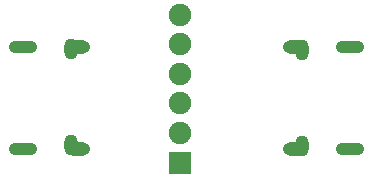
<source format=gbs>
G04 Layer: BottomSolderMaskLayer*
G04 EasyEDA v6.5.48, 2025-03-09 16:09:46*
G04 6742e224e03a4d3da3a366412f0f9112,b9277fd2045942759ab1a28cc0c323af,10*
G04 Gerber Generator version 0.2*
G04 Scale: 100 percent, Rotated: No, Reflected: No *
G04 Dimensions in millimeters *
G04 leading zeros omitted , absolute positions ,4 integer and 5 decimal *
%FSLAX45Y45*%
%MOMM*%

%AMMACRO1*4,1,8,-0.921,-0.9508,-0.9507,-0.9209,-0.9507,0.9211,-0.921,0.9508,0.9208,0.9508,0.9507,0.9211,0.9507,-0.9209,0.9208,-0.9508,-0.921,-0.9508,0*%
%ADD10MACRO1*%
%ADD11C,1.9016*%
%ADD12O,2.4000206X1.1000232*%
%ADD13O,2.0516088X1.1015979999999999*%
%ADD14O,1.1015979999999999X1.8015966*%

%LPD*%
D10*
G01*
X2197023Y5420093D03*
D11*
G01*
X2197176Y5670295D03*
G01*
X2197176Y5920282D03*
G01*
X2197176Y6170295D03*
G01*
X2197176Y6420281D03*
G01*
X2197176Y6670294D03*
D12*
G01*
X871550Y5536996D03*
G01*
X871550Y6401003D03*
D13*
G01*
X1333500Y5537200D03*
D14*
G01*
X1277112Y5564378D03*
D13*
G01*
X1333500Y6400800D03*
D14*
G01*
X1277112Y6377178D03*
D12*
G01*
X3636949Y6401003D03*
G01*
X3636949Y5536996D03*
D13*
G01*
X3175000Y6400800D03*
D14*
G01*
X3231388Y6373621D03*
D13*
G01*
X3175000Y5537200D03*
D14*
G01*
X3231388Y5560821D03*
M02*

</source>
